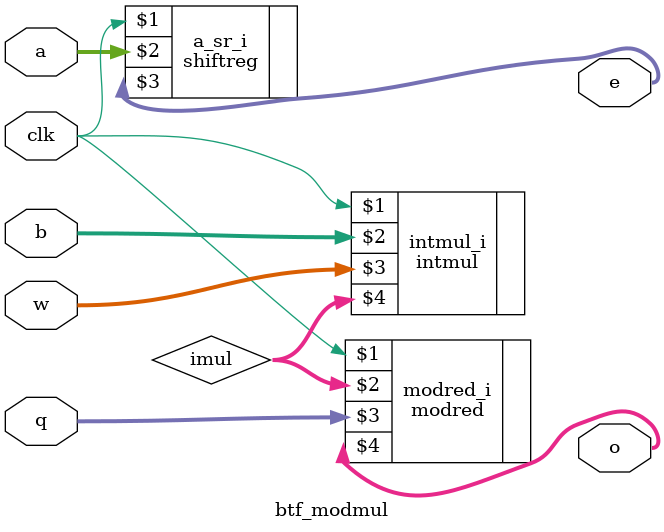
<source format=sv>
/*
    OpenNTT - 2024
    Florian Krieger, Florian Hirner, Ahmet Can Mert, Sujoy Sinha Roy
    Contact: florian.krieger@iaik.tugraz.at
*/
`timescale 1ns/1ps


// Parametric modmul unit for butterfly
// e = shift(a)
// o = b*w

module btf_modmul #
(
    parameter LOGQ = 0,
    parameter [LOGQ-1:0] Q_VALUE = 0, // != 0: q is constant  
    parameter WORD_SIZE = 0, // Last WORD_SIZE digit of q will be 00...001
    // integer multiplier parameters
    parameter INTMUL_LAT = 0, // should be at least 1 (valid only if INTMUL_TYPE="")
    parameter INTMUL_TYPE = "", // options: "", "fpga_auto", "fpga_lut", "fpga_dsp", "custom" (could be fpga IP, fpga-optimized, asic-optimized (i.e., Karatsuba) etc.)
    // modular reduction parameters
    parameter MODRED_LAT = 0, 
	  parameter MODRED_TYPE = "default", // options: "default" (WL Montgomery), "custom", "" (i.e., for sim)
	  // modular reduction parameters (for default case)
	  parameter MODRED_L = 4,  // montgomery loop count (calculated as $ceil(LOGQ/WORD_SIZE))
    parameter MODRED_COREMUL_LAT = 1, // latency of multiply and add units in WL Montgomery	
    // butterfly related parameters
    parameter SHIFT_A = 0 // 1: shift input a by MODRED_LAT+INTMUL_LAT
)
(
    input  clk,
    input  [LOGQ-1:0] q,
    input  [LOGQ-1:0] a,b,w,
    output [LOGQ-1:0] e,o
);

wire [2*LOGQ-1:0] imul;

// shift
shiftreg #(SHIFT_A*(INTMUL_LAT+MODRED_LAT), LOGQ) a_sr_i(clk,a,e);

// modmul
intmul #(LOGQ,LOGQ,INTMUL_LAT,INTMUL_TYPE) intmul_i(clk,b,w,imul);
modred #(LOGQ,Q_VALUE,WORD_SIZE,MODRED_LAT,MODRED_TYPE,MODRED_L,MODRED_COREMUL_LAT) modred_i(clk,imul,q,o);

endmodule
</source>
